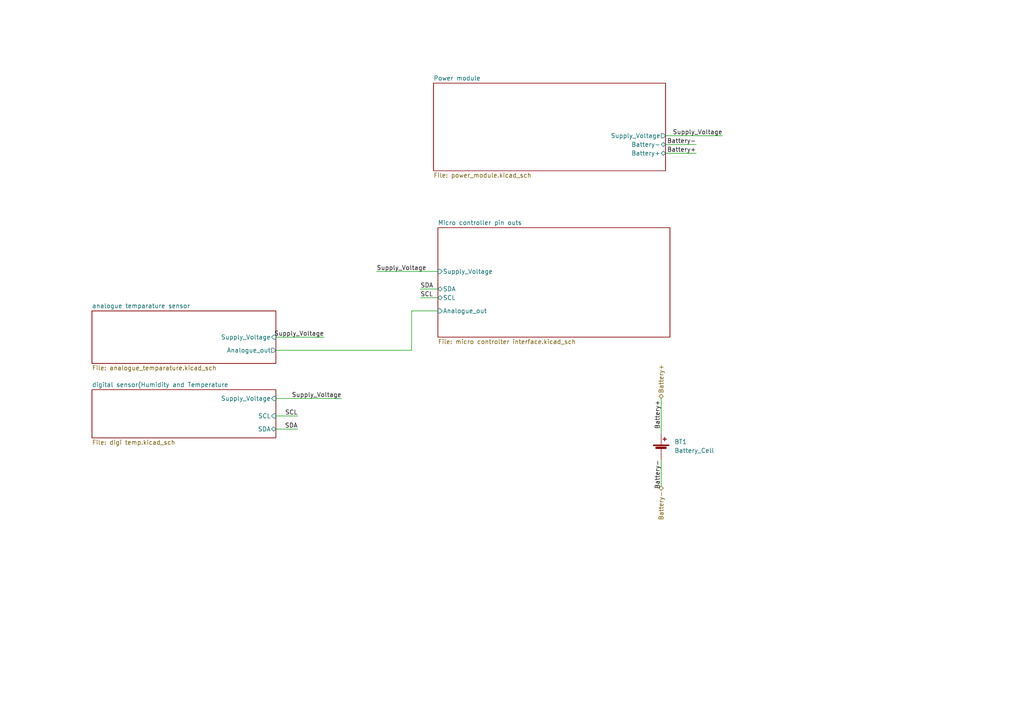
<source format=kicad_sch>
(kicad_sch (version 20230121) (generator eeschema)
  (paper "A4")
  (title_block (title "3088_group22_design") (date "2023-03-20") (rev "3") (company "University of capetown"))
  (lib_symbols
    (symbol "Device:Battery_Cell" (pin_numbers hide) (pin_names (offset 0) hide)
      (property "Reference" "BT" (at 2.54 2.54 0))
      (property "Value" "Battery_Cell" (at 2.54 0 0))
      (symbol "Battery_Cell_0_1"
        (rectangle (start -2.286 1.778) (end 2.286 1.524) (fill (type outline)))
        (rectangle (start -1.5748 1.1938) (end 1.4732 0.6858) (fill (type outline)))
        (polyline (pts (xy 0 0.762) (xy 0 0)))
        (polyline (pts (xy 0 1.778) (xy 0 2.54)))
        (polyline (pts (xy 0.508 3.429) (xy 1.524 3.429)) (stroke (width 0.254)))
        (polyline (pts (xy 1.016 3.937) (xy 1.016 2.921)) (stroke (width 0.254)))
      )
      (symbol "Battery_Cell_1_1"
        (pin passive line (at 0 5.08 270) (length 2.54) (name "+") (number "1"))
        (pin passive line (at 0 -2.54 90) (length 2.54) (name "-") (number "2"))
      )
    )
  )
  (wire (pts (xy 191.77 115.57) (xy 191.77 125.73)))
  (wire (pts (xy 80.01 124.46) (xy 86.36 124.46)))
  (wire (pts (xy 193.04 39.37) (xy 209.55 39.37)))
  (wire (pts (xy 193.04 41.91) (xy 201.93 41.91)))
  (wire (pts (xy 119.38 90.17) (xy 127 90.17)))
  (wire (pts (xy 80.01 97.79) (xy 93.98 97.79)))
  (wire (pts (xy 80.01 115.57) (xy 99.06 115.57)))
  (wire (pts (xy 121.92 83.82) (xy 127 83.82)))
  (wire (pts (xy 80.01 101.6) (xy 119.38 101.6)))
  (wire (pts (xy 119.38 101.6) (xy 119.38 90.17)))
  (wire (pts (xy 109.22 78.74) (xy 127 78.74)))
  (wire (pts (xy 80.01 120.65) (xy 86.36 120.65)))
  (wire (pts (xy 191.77 140.97) (xy 191.77 133.35)))
  (wire (pts (xy 121.92 86.36) (xy 127 86.36)))
  (wire (pts (xy 193.04 44.45) (xy 201.93 44.45)))
  (label "Supply_Voltage" (at 93.98 97.79 180))
  (label "Battery+" (at 191.77 124.46 90))
  (label "SDA" (at 121.92 83.82 0))
  (label "Battery-" (at 191.77 133.35 270))
  (label "SDA" (at 86.36 124.46 180))
  (label "Supply_Voltage" (at 99.06 115.57 180))
  (label "Supply_Voltage" (at 109.22 78.74 0))
  (label "Supply_Voltage" (at 209.55 39.37 180))
  (label "Battery-" (at 201.93 41.91 180))
  (label "SCL" (at 121.92 86.36 0))
  (label "Battery+" (at 201.93 44.45 180))
  (label "SCL" (at 86.36 120.65 180))
  (hierarchical_label "Battery-" (shape bidirectional) (at 191.77 140.97 270))
  (hierarchical_label "Battery+" (shape bidirectional) (at 191.77 115.57 90))
  (symbol (lib_id "Device:Battery_Cell") (at 191.77 130.81 0) (unit 1)
    (property "Reference" "BT1" (at 195.58 128.143 0) (effects (justify left)))
    (property "Value" "Battery_Cell" (at 195.58 130.683 0) (effects (justify left)))
    (property "Footprint" "Battery:BatteryHolder_Keystone_2466_1xAAA" (effects hide))
  )
  (sheet (at 125.73 24.13) (size 67.31 25.4) (stroke (width 0.1524))
    (property "Sheetname" "Power module" (at 125.73 23.4184 0) (effects (justify left bottom)))
    (property "Sheetfile" "power_module.kicad_sch" (at 125.73 50.1146 0) (effects (justify left top)))
    (pin "Battery+" bidirectional (at 193.04 44.45 0))
    (pin "Battery-" bidirectional (at 193.04 41.91 0))
    (pin "Supply_Voltage" output (at 193.04 39.37 0))
  )
  (sheet (at 26.67 113.03) (size 53.34 13.97) (stroke (width 0.1524))
    (property "Sheetname" "digital sensor(Humidity and Temperature" (at 26.67 112.3184 0) (effects (justify left bottom)))
    (property "Sheetfile" "digi temp.kicad_sch" (at 26.67 127.5846 0) (effects (justify left top)))
    (pin "SCL" input (at 80.01 120.65 0))
    (pin "Supply_Voltage" input (at 80.01 115.57 0))
    (pin "SDA" bidirectional (at 80.01 124.46 0))
  )
  (sheet (at 127 66.04) (size 67.31 31.75) (stroke (width 0.1524))
    (property "Sheetname" "Micro controller pin outs" (at 127 65.3284 0) (effects (justify left bottom)))
    (property "Sheetfile" "micro controlter interface.kicad_sch" (at 127 98.3746 0) (effects (justify left top)))
    (pin "Analogue_out" input (at 127 90.17 180))
    (pin "SCL" bidirectional (at 127 86.36 180))
    (pin "SDA" bidirectional (at 127 83.82 180))
    (pin "Supply_Voltage" input (at 127 78.74 180))
  )
  (sheet (at 26.67 90.17) (size 53.34 15.24) (stroke (width 0.1524))
    (property "Sheetname" "analogue temparature sensor" (at 26.67 89.4584 0) (effects (justify left bottom)))
    (property "Sheetfile" "analogue_temparature.kicad_sch" (at 26.67 105.9946 0) (effects (justify left top)))
    (pin "Analogue_out" output (at 80.01 101.6 0))
    (pin "Supply_Voltage" input (at 80.01 97.79 0))
  )
)
</source>
